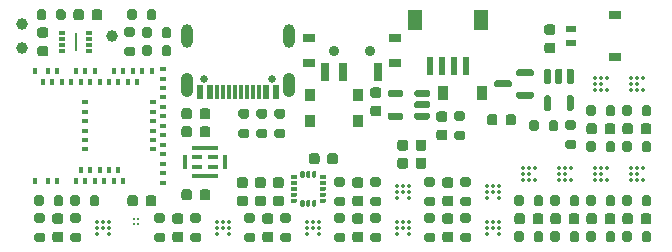
<source format=gts>
%TF.GenerationSoftware,KiCad,Pcbnew,(5.1.10-1-10_14)*%
%TF.CreationDate,2021-09-19T22:53:24-07:00*%
%TF.ProjectId,umbelt-board,756d6265-6c74-42d6-926f-6172642e6b69,1.0*%
%TF.SameCoordinates,Original*%
%TF.FileFunction,Soldermask,Top*%
%TF.FilePolarity,Negative*%
%FSLAX46Y46*%
G04 Gerber Fmt 4.6, Leading zero omitted, Abs format (unit mm)*
G04 Created by KiCad (PCBNEW (5.1.10-1-10_14)) date 2021-09-19 22:53:24*
%MOMM*%
%LPD*%
G01*
G04 APERTURE LIST*
%ADD10C,0.350000*%
%ADD11R,0.900000X1.200000*%
%ADD12R,0.600000X1.150000*%
%ADD13R,0.300000X1.150000*%
%ADD14C,0.650000*%
%ADD15O,1.050000X2.100000*%
%ADD16O,1.000000X2.000000*%
%ADD17R,0.600000X1.550000*%
%ADD18R,1.200000X1.800000*%
%ADD19C,0.990600*%
%ADD20R,1.100000X0.700000*%
%ADD21R,0.850000X0.600000*%
%ADD22R,0.900000X1.000000*%
%ADD23R,1.000000X0.800000*%
%ADD24C,0.900000*%
%ADD25R,0.700000X1.500000*%
%ADD26R,0.400000X0.600000*%
%ADD27R,0.600000X0.400000*%
%ADD28R,2.300000X0.325000*%
%ADD29R,0.325000X1.300000*%
%ADD30R,0.950000X0.450000*%
%ADD31R,0.560000X0.350000*%
%ADD32R,0.200000X1.600000*%
%ADD33C,0.250000*%
G04 APERTURE END LIST*
D10*
%TO.C,U15*%
X175522000Y-121404000D03*
X176022000Y-121404000D03*
X176522000Y-121404000D03*
X175522000Y-120904000D03*
X176022000Y-120904000D03*
X175522000Y-120404000D03*
X176022000Y-120404000D03*
X176522000Y-120404000D03*
%TD*%
%TO.C,C1*%
G36*
G01*
X149991000Y-122753000D02*
X150491000Y-122753000D01*
G75*
G02*
X150716000Y-122978000I0J-225000D01*
G01*
X150716000Y-123428000D01*
G75*
G02*
X150491000Y-123653000I-225000J0D01*
G01*
X149991000Y-123653000D01*
G75*
G02*
X149766000Y-123428000I0J225000D01*
G01*
X149766000Y-122978000D01*
G75*
G02*
X149991000Y-122753000I225000J0D01*
G01*
G37*
G36*
G01*
X149991000Y-121203000D02*
X150491000Y-121203000D01*
G75*
G02*
X150716000Y-121428000I0J-225000D01*
G01*
X150716000Y-121878000D01*
G75*
G02*
X150491000Y-122103000I-225000J0D01*
G01*
X149991000Y-122103000D01*
G75*
G02*
X149766000Y-121878000I0J225000D01*
G01*
X149766000Y-121428000D01*
G75*
G02*
X149991000Y-121203000I225000J0D01*
G01*
G37*
%TD*%
%TO.C,C2*%
G36*
G01*
X152015000Y-122103000D02*
X151515000Y-122103000D01*
G75*
G02*
X151290000Y-121878000I0J225000D01*
G01*
X151290000Y-121428000D01*
G75*
G02*
X151515000Y-121203000I225000J0D01*
G01*
X152015000Y-121203000D01*
G75*
G02*
X152240000Y-121428000I0J-225000D01*
G01*
X152240000Y-121878000D01*
G75*
G02*
X152015000Y-122103000I-225000J0D01*
G01*
G37*
G36*
G01*
X152015000Y-123653000D02*
X151515000Y-123653000D01*
G75*
G02*
X151290000Y-123428000I0J225000D01*
G01*
X151290000Y-122978000D01*
G75*
G02*
X151515000Y-122753000I225000J0D01*
G01*
X152015000Y-122753000D01*
G75*
G02*
X152240000Y-122978000I0J-225000D01*
G01*
X152240000Y-123428000D01*
G75*
G02*
X152015000Y-123653000I-225000J0D01*
G01*
G37*
%TD*%
%TO.C,C3*%
G36*
G01*
X148467000Y-122753000D02*
X148967000Y-122753000D01*
G75*
G02*
X149192000Y-122978000I0J-225000D01*
G01*
X149192000Y-123428000D01*
G75*
G02*
X148967000Y-123653000I-225000J0D01*
G01*
X148467000Y-123653000D01*
G75*
G02*
X148242000Y-123428000I0J225000D01*
G01*
X148242000Y-122978000D01*
G75*
G02*
X148467000Y-122753000I225000J0D01*
G01*
G37*
G36*
G01*
X148467000Y-121203000D02*
X148967000Y-121203000D01*
G75*
G02*
X149192000Y-121428000I0J-225000D01*
G01*
X149192000Y-121878000D01*
G75*
G02*
X148967000Y-122103000I-225000J0D01*
G01*
X148467000Y-122103000D01*
G75*
G02*
X148242000Y-121878000I0J225000D01*
G01*
X148242000Y-121428000D01*
G75*
G02*
X148467000Y-121203000I225000J0D01*
G01*
G37*
%TD*%
%TO.C,C4*%
G36*
G01*
X155900000Y-119884000D02*
X155900000Y-119384000D01*
G75*
G02*
X156125000Y-119159000I225000J0D01*
G01*
X156575000Y-119159000D01*
G75*
G02*
X156800000Y-119384000I0J-225000D01*
G01*
X156800000Y-119884000D01*
G75*
G02*
X156575000Y-120109000I-225000J0D01*
G01*
X156125000Y-120109000D01*
G75*
G02*
X155900000Y-119884000I0J225000D01*
G01*
G37*
G36*
G01*
X154350000Y-119884000D02*
X154350000Y-119384000D01*
G75*
G02*
X154575000Y-119159000I225000J0D01*
G01*
X155025000Y-119159000D01*
G75*
G02*
X155250000Y-119384000I0J-225000D01*
G01*
X155250000Y-119884000D01*
G75*
G02*
X155025000Y-120109000I-225000J0D01*
G01*
X154575000Y-120109000D01*
G75*
G02*
X154350000Y-119884000I0J225000D01*
G01*
G37*
%TD*%
%TO.C,C5*%
G36*
G01*
X145105000Y-117598000D02*
X145105000Y-117098000D01*
G75*
G02*
X145330000Y-116873000I225000J0D01*
G01*
X145780000Y-116873000D01*
G75*
G02*
X146005000Y-117098000I0J-225000D01*
G01*
X146005000Y-117598000D01*
G75*
G02*
X145780000Y-117823000I-225000J0D01*
G01*
X145330000Y-117823000D01*
G75*
G02*
X145105000Y-117598000I0J225000D01*
G01*
G37*
G36*
G01*
X143555000Y-117598000D02*
X143555000Y-117098000D01*
G75*
G02*
X143780000Y-116873000I225000J0D01*
G01*
X144230000Y-116873000D01*
G75*
G02*
X144455000Y-117098000I0J-225000D01*
G01*
X144455000Y-117598000D01*
G75*
G02*
X144230000Y-117823000I-225000J0D01*
G01*
X143780000Y-117823000D01*
G75*
G02*
X143555000Y-117598000I0J225000D01*
G01*
G37*
%TD*%
%TO.C,C6*%
G36*
G01*
X145105000Y-116074000D02*
X145105000Y-115574000D01*
G75*
G02*
X145330000Y-115349000I225000J0D01*
G01*
X145780000Y-115349000D01*
G75*
G02*
X146005000Y-115574000I0J-225000D01*
G01*
X146005000Y-116074000D01*
G75*
G02*
X145780000Y-116299000I-225000J0D01*
G01*
X145330000Y-116299000D01*
G75*
G02*
X145105000Y-116074000I0J225000D01*
G01*
G37*
G36*
G01*
X143555000Y-116074000D02*
X143555000Y-115574000D01*
G75*
G02*
X143780000Y-115349000I225000J0D01*
G01*
X144230000Y-115349000D01*
G75*
G02*
X144455000Y-115574000I0J-225000D01*
G01*
X144455000Y-116074000D01*
G75*
G02*
X144230000Y-116299000I-225000J0D01*
G01*
X143780000Y-116299000D01*
G75*
G02*
X143555000Y-116074000I0J225000D01*
G01*
G37*
%TD*%
%TO.C,C7*%
G36*
G01*
X145105000Y-122932000D02*
X145105000Y-122432000D01*
G75*
G02*
X145330000Y-122207000I225000J0D01*
G01*
X145780000Y-122207000D01*
G75*
G02*
X146005000Y-122432000I0J-225000D01*
G01*
X146005000Y-122932000D01*
G75*
G02*
X145780000Y-123157000I-225000J0D01*
G01*
X145330000Y-123157000D01*
G75*
G02*
X145105000Y-122932000I0J225000D01*
G01*
G37*
G36*
G01*
X143555000Y-122932000D02*
X143555000Y-122432000D01*
G75*
G02*
X143780000Y-122207000I225000J0D01*
G01*
X144230000Y-122207000D01*
G75*
G02*
X144455000Y-122432000I0J-225000D01*
G01*
X144455000Y-122932000D01*
G75*
G02*
X144230000Y-123157000I-225000J0D01*
G01*
X143780000Y-123157000D01*
G75*
G02*
X143555000Y-122932000I0J225000D01*
G01*
G37*
%TD*%
%TO.C,C8*%
G36*
G01*
X135311000Y-107192000D02*
X135311000Y-107692000D01*
G75*
G02*
X135086000Y-107917000I-225000J0D01*
G01*
X134636000Y-107917000D01*
G75*
G02*
X134411000Y-107692000I0J225000D01*
G01*
X134411000Y-107192000D01*
G75*
G02*
X134636000Y-106967000I225000J0D01*
G01*
X135086000Y-106967000D01*
G75*
G02*
X135311000Y-107192000I0J-225000D01*
G01*
G37*
G36*
G01*
X136861000Y-107192000D02*
X136861000Y-107692000D01*
G75*
G02*
X136636000Y-107917000I-225000J0D01*
G01*
X136186000Y-107917000D01*
G75*
G02*
X135961000Y-107692000I0J225000D01*
G01*
X135961000Y-107192000D01*
G75*
G02*
X136186000Y-106967000I225000J0D01*
G01*
X136636000Y-106967000D01*
G75*
G02*
X136861000Y-107192000I0J-225000D01*
G01*
G37*
%TD*%
%TO.C,C9*%
G36*
G01*
X140533000Y-123440000D02*
X140533000Y-122940000D01*
G75*
G02*
X140758000Y-122715000I225000J0D01*
G01*
X141208000Y-122715000D01*
G75*
G02*
X141433000Y-122940000I0J-225000D01*
G01*
X141433000Y-123440000D01*
G75*
G02*
X141208000Y-123665000I-225000J0D01*
G01*
X140758000Y-123665000D01*
G75*
G02*
X140533000Y-123440000I0J225000D01*
G01*
G37*
G36*
G01*
X138983000Y-123440000D02*
X138983000Y-122940000D01*
G75*
G02*
X139208000Y-122715000I225000J0D01*
G01*
X139658000Y-122715000D01*
G75*
G02*
X139883000Y-122940000I0J-225000D01*
G01*
X139883000Y-123440000D01*
G75*
G02*
X139658000Y-123665000I-225000J0D01*
G01*
X139208000Y-123665000D01*
G75*
G02*
X138983000Y-123440000I0J225000D01*
G01*
G37*
%TD*%
%TO.C,C10*%
G36*
G01*
X174502000Y-109799000D02*
X175002000Y-109799000D01*
G75*
G02*
X175227000Y-110024000I0J-225000D01*
G01*
X175227000Y-110474000D01*
G75*
G02*
X175002000Y-110699000I-225000J0D01*
G01*
X174502000Y-110699000D01*
G75*
G02*
X174277000Y-110474000I0J225000D01*
G01*
X174277000Y-110024000D01*
G75*
G02*
X174502000Y-109799000I225000J0D01*
G01*
G37*
G36*
G01*
X174502000Y-108249000D02*
X175002000Y-108249000D01*
G75*
G02*
X175227000Y-108474000I0J-225000D01*
G01*
X175227000Y-108924000D01*
G75*
G02*
X175002000Y-109149000I-225000J0D01*
G01*
X174502000Y-109149000D01*
G75*
G02*
X174277000Y-108924000I0J225000D01*
G01*
X174277000Y-108474000D01*
G75*
G02*
X174502000Y-108249000I225000J0D01*
G01*
G37*
%TD*%
%TO.C,C11*%
G36*
G01*
X160270000Y-114483000D02*
X159770000Y-114483000D01*
G75*
G02*
X159545000Y-114258000I0J225000D01*
G01*
X159545000Y-113808000D01*
G75*
G02*
X159770000Y-113583000I225000J0D01*
G01*
X160270000Y-113583000D01*
G75*
G02*
X160495000Y-113808000I0J-225000D01*
G01*
X160495000Y-114258000D01*
G75*
G02*
X160270000Y-114483000I-225000J0D01*
G01*
G37*
G36*
G01*
X160270000Y-116033000D02*
X159770000Y-116033000D01*
G75*
G02*
X159545000Y-115808000I0J225000D01*
G01*
X159545000Y-115358000D01*
G75*
G02*
X159770000Y-115133000I225000J0D01*
G01*
X160270000Y-115133000D01*
G75*
G02*
X160495000Y-115358000I0J-225000D01*
G01*
X160495000Y-115808000D01*
G75*
G02*
X160270000Y-116033000I-225000J0D01*
G01*
G37*
%TD*%
%TO.C,C12*%
G36*
G01*
X165358000Y-117165000D02*
X165858000Y-117165000D01*
G75*
G02*
X166083000Y-117390000I0J-225000D01*
G01*
X166083000Y-117840000D01*
G75*
G02*
X165858000Y-118065000I-225000J0D01*
G01*
X165358000Y-118065000D01*
G75*
G02*
X165133000Y-117840000I0J225000D01*
G01*
X165133000Y-117390000D01*
G75*
G02*
X165358000Y-117165000I225000J0D01*
G01*
G37*
G36*
G01*
X165358000Y-115615000D02*
X165858000Y-115615000D01*
G75*
G02*
X166083000Y-115840000I0J-225000D01*
G01*
X166083000Y-116290000D01*
G75*
G02*
X165858000Y-116515000I-225000J0D01*
G01*
X165358000Y-116515000D01*
G75*
G02*
X165133000Y-116290000I0J225000D01*
G01*
X165133000Y-115840000D01*
G75*
G02*
X165358000Y-115615000I225000J0D01*
G01*
G37*
%TD*%
%TO.C,C13*%
G36*
G01*
X162743000Y-118241000D02*
X162743000Y-118741000D01*
G75*
G02*
X162518000Y-118966000I-225000J0D01*
G01*
X162068000Y-118966000D01*
G75*
G02*
X161843000Y-118741000I0J225000D01*
G01*
X161843000Y-118241000D01*
G75*
G02*
X162068000Y-118016000I225000J0D01*
G01*
X162518000Y-118016000D01*
G75*
G02*
X162743000Y-118241000I0J-225000D01*
G01*
G37*
G36*
G01*
X164293000Y-118241000D02*
X164293000Y-118741000D01*
G75*
G02*
X164068000Y-118966000I-225000J0D01*
G01*
X163618000Y-118966000D01*
G75*
G02*
X163393000Y-118741000I0J225000D01*
G01*
X163393000Y-118241000D01*
G75*
G02*
X163618000Y-118016000I225000J0D01*
G01*
X164068000Y-118016000D01*
G75*
G02*
X164293000Y-118241000I0J-225000D01*
G01*
G37*
%TD*%
%TO.C,C14*%
G36*
G01*
X162743000Y-119765000D02*
X162743000Y-120265000D01*
G75*
G02*
X162518000Y-120490000I-225000J0D01*
G01*
X162068000Y-120490000D01*
G75*
G02*
X161843000Y-120265000I0J225000D01*
G01*
X161843000Y-119765000D01*
G75*
G02*
X162068000Y-119540000I225000J0D01*
G01*
X162518000Y-119540000D01*
G75*
G02*
X162743000Y-119765000I0J-225000D01*
G01*
G37*
G36*
G01*
X164293000Y-119765000D02*
X164293000Y-120265000D01*
G75*
G02*
X164068000Y-120490000I-225000J0D01*
G01*
X163618000Y-120490000D01*
G75*
G02*
X163393000Y-120265000I0J225000D01*
G01*
X163393000Y-119765000D01*
G75*
G02*
X163618000Y-119540000I225000J0D01*
G01*
X164068000Y-119540000D01*
G75*
G02*
X164293000Y-119765000I0J-225000D01*
G01*
G37*
%TD*%
%TO.C,C15*%
G36*
G01*
X143506000Y-125151000D02*
X143006000Y-125151000D01*
G75*
G02*
X142781000Y-124926000I0J225000D01*
G01*
X142781000Y-124476000D01*
G75*
G02*
X143006000Y-124251000I225000J0D01*
G01*
X143506000Y-124251000D01*
G75*
G02*
X143731000Y-124476000I0J-225000D01*
G01*
X143731000Y-124926000D01*
G75*
G02*
X143506000Y-125151000I-225000J0D01*
G01*
G37*
G36*
G01*
X143506000Y-126701000D02*
X143006000Y-126701000D01*
G75*
G02*
X142781000Y-126476000I0J225000D01*
G01*
X142781000Y-126026000D01*
G75*
G02*
X143006000Y-125801000I225000J0D01*
G01*
X143506000Y-125801000D01*
G75*
G02*
X143731000Y-126026000I0J-225000D01*
G01*
X143731000Y-126476000D01*
G75*
G02*
X143506000Y-126701000I-225000J0D01*
G01*
G37*
%TD*%
%TO.C,C16*%
G36*
G01*
X151126000Y-125151000D02*
X150626000Y-125151000D01*
G75*
G02*
X150401000Y-124926000I0J225000D01*
G01*
X150401000Y-124476000D01*
G75*
G02*
X150626000Y-124251000I225000J0D01*
G01*
X151126000Y-124251000D01*
G75*
G02*
X151351000Y-124476000I0J-225000D01*
G01*
X151351000Y-124926000D01*
G75*
G02*
X151126000Y-125151000I-225000J0D01*
G01*
G37*
G36*
G01*
X151126000Y-126701000D02*
X150626000Y-126701000D01*
G75*
G02*
X150401000Y-126476000I0J225000D01*
G01*
X150401000Y-126026000D01*
G75*
G02*
X150626000Y-125801000I225000J0D01*
G01*
X151126000Y-125801000D01*
G75*
G02*
X151351000Y-126026000I0J-225000D01*
G01*
X151351000Y-126476000D01*
G75*
G02*
X151126000Y-126701000I-225000J0D01*
G01*
G37*
%TD*%
%TO.C,C17*%
G36*
G01*
X158746000Y-125151000D02*
X158246000Y-125151000D01*
G75*
G02*
X158021000Y-124926000I0J225000D01*
G01*
X158021000Y-124476000D01*
G75*
G02*
X158246000Y-124251000I225000J0D01*
G01*
X158746000Y-124251000D01*
G75*
G02*
X158971000Y-124476000I0J-225000D01*
G01*
X158971000Y-124926000D01*
G75*
G02*
X158746000Y-125151000I-225000J0D01*
G01*
G37*
G36*
G01*
X158746000Y-126701000D02*
X158246000Y-126701000D01*
G75*
G02*
X158021000Y-126476000I0J225000D01*
G01*
X158021000Y-126026000D01*
G75*
G02*
X158246000Y-125801000I225000J0D01*
G01*
X158746000Y-125801000D01*
G75*
G02*
X158971000Y-126026000I0J-225000D01*
G01*
X158971000Y-126476000D01*
G75*
G02*
X158746000Y-126701000I-225000J0D01*
G01*
G37*
%TD*%
%TO.C,C18*%
G36*
G01*
X158746000Y-122103000D02*
X158246000Y-122103000D01*
G75*
G02*
X158021000Y-121878000I0J225000D01*
G01*
X158021000Y-121428000D01*
G75*
G02*
X158246000Y-121203000I225000J0D01*
G01*
X158746000Y-121203000D01*
G75*
G02*
X158971000Y-121428000I0J-225000D01*
G01*
X158971000Y-121878000D01*
G75*
G02*
X158746000Y-122103000I-225000J0D01*
G01*
G37*
G36*
G01*
X158746000Y-123653000D02*
X158246000Y-123653000D01*
G75*
G02*
X158021000Y-123428000I0J225000D01*
G01*
X158021000Y-122978000D01*
G75*
G02*
X158246000Y-122753000I225000J0D01*
G01*
X158746000Y-122753000D01*
G75*
G02*
X158971000Y-122978000I0J-225000D01*
G01*
X158971000Y-123428000D01*
G75*
G02*
X158746000Y-123653000I-225000J0D01*
G01*
G37*
%TD*%
%TO.C,C19*%
G36*
G01*
X166366000Y-125151000D02*
X165866000Y-125151000D01*
G75*
G02*
X165641000Y-124926000I0J225000D01*
G01*
X165641000Y-124476000D01*
G75*
G02*
X165866000Y-124251000I225000J0D01*
G01*
X166366000Y-124251000D01*
G75*
G02*
X166591000Y-124476000I0J-225000D01*
G01*
X166591000Y-124926000D01*
G75*
G02*
X166366000Y-125151000I-225000J0D01*
G01*
G37*
G36*
G01*
X166366000Y-126701000D02*
X165866000Y-126701000D01*
G75*
G02*
X165641000Y-126476000I0J225000D01*
G01*
X165641000Y-126026000D01*
G75*
G02*
X165866000Y-125801000I225000J0D01*
G01*
X166366000Y-125801000D01*
G75*
G02*
X166591000Y-126026000I0J-225000D01*
G01*
X166591000Y-126476000D01*
G75*
G02*
X166366000Y-126701000I-225000J0D01*
G01*
G37*
%TD*%
%TO.C,C20*%
G36*
G01*
X166366000Y-122103000D02*
X165866000Y-122103000D01*
G75*
G02*
X165641000Y-121878000I0J225000D01*
G01*
X165641000Y-121428000D01*
G75*
G02*
X165866000Y-121203000I225000J0D01*
G01*
X166366000Y-121203000D01*
G75*
G02*
X166591000Y-121428000I0J-225000D01*
G01*
X166591000Y-121878000D01*
G75*
G02*
X166366000Y-122103000I-225000J0D01*
G01*
G37*
G36*
G01*
X166366000Y-123653000D02*
X165866000Y-123653000D01*
G75*
G02*
X165641000Y-123428000I0J225000D01*
G01*
X165641000Y-122978000D01*
G75*
G02*
X165866000Y-122753000I225000J0D01*
G01*
X166366000Y-122753000D01*
G75*
G02*
X166591000Y-122978000I0J-225000D01*
G01*
X166591000Y-123428000D01*
G75*
G02*
X166366000Y-123653000I-225000J0D01*
G01*
G37*
%TD*%
%TO.C,C21*%
G36*
G01*
X172649000Y-124464000D02*
X172649000Y-124964000D01*
G75*
G02*
X172424000Y-125189000I-225000J0D01*
G01*
X171974000Y-125189000D01*
G75*
G02*
X171749000Y-124964000I0J225000D01*
G01*
X171749000Y-124464000D01*
G75*
G02*
X171974000Y-124239000I225000J0D01*
G01*
X172424000Y-124239000D01*
G75*
G02*
X172649000Y-124464000I0J-225000D01*
G01*
G37*
G36*
G01*
X174199000Y-124464000D02*
X174199000Y-124964000D01*
G75*
G02*
X173974000Y-125189000I-225000J0D01*
G01*
X173524000Y-125189000D01*
G75*
G02*
X173299000Y-124964000I0J225000D01*
G01*
X173299000Y-124464000D01*
G75*
G02*
X173524000Y-124239000I225000J0D01*
G01*
X173974000Y-124239000D01*
G75*
G02*
X174199000Y-124464000I0J-225000D01*
G01*
G37*
%TD*%
%TO.C,C22*%
G36*
G01*
X175697000Y-124464000D02*
X175697000Y-124964000D01*
G75*
G02*
X175472000Y-125189000I-225000J0D01*
G01*
X175022000Y-125189000D01*
G75*
G02*
X174797000Y-124964000I0J225000D01*
G01*
X174797000Y-124464000D01*
G75*
G02*
X175022000Y-124239000I225000J0D01*
G01*
X175472000Y-124239000D01*
G75*
G02*
X175697000Y-124464000I0J-225000D01*
G01*
G37*
G36*
G01*
X177247000Y-124464000D02*
X177247000Y-124964000D01*
G75*
G02*
X177022000Y-125189000I-225000J0D01*
G01*
X176572000Y-125189000D01*
G75*
G02*
X176347000Y-124964000I0J225000D01*
G01*
X176347000Y-124464000D01*
G75*
G02*
X176572000Y-124239000I225000J0D01*
G01*
X177022000Y-124239000D01*
G75*
G02*
X177247000Y-124464000I0J-225000D01*
G01*
G37*
%TD*%
%TO.C,C23*%
G36*
G01*
X178745000Y-124464000D02*
X178745000Y-124964000D01*
G75*
G02*
X178520000Y-125189000I-225000J0D01*
G01*
X178070000Y-125189000D01*
G75*
G02*
X177845000Y-124964000I0J225000D01*
G01*
X177845000Y-124464000D01*
G75*
G02*
X178070000Y-124239000I225000J0D01*
G01*
X178520000Y-124239000D01*
G75*
G02*
X178745000Y-124464000I0J-225000D01*
G01*
G37*
G36*
G01*
X180295000Y-124464000D02*
X180295000Y-124964000D01*
G75*
G02*
X180070000Y-125189000I-225000J0D01*
G01*
X179620000Y-125189000D01*
G75*
G02*
X179395000Y-124964000I0J225000D01*
G01*
X179395000Y-124464000D01*
G75*
G02*
X179620000Y-124239000I225000J0D01*
G01*
X180070000Y-124239000D01*
G75*
G02*
X180295000Y-124464000I0J-225000D01*
G01*
G37*
%TD*%
%TO.C,C24*%
G36*
G01*
X181793000Y-124464000D02*
X181793000Y-124964000D01*
G75*
G02*
X181568000Y-125189000I-225000J0D01*
G01*
X181118000Y-125189000D01*
G75*
G02*
X180893000Y-124964000I0J225000D01*
G01*
X180893000Y-124464000D01*
G75*
G02*
X181118000Y-124239000I225000J0D01*
G01*
X181568000Y-124239000D01*
G75*
G02*
X181793000Y-124464000I0J-225000D01*
G01*
G37*
G36*
G01*
X183343000Y-124464000D02*
X183343000Y-124964000D01*
G75*
G02*
X183118000Y-125189000I-225000J0D01*
G01*
X182668000Y-125189000D01*
G75*
G02*
X182443000Y-124964000I0J225000D01*
G01*
X182443000Y-124464000D01*
G75*
G02*
X182668000Y-124239000I225000J0D01*
G01*
X183118000Y-124239000D01*
G75*
G02*
X183343000Y-124464000I0J-225000D01*
G01*
G37*
%TD*%
%TO.C,C25*%
G36*
G01*
X178745000Y-116844000D02*
X178745000Y-117344000D01*
G75*
G02*
X178520000Y-117569000I-225000J0D01*
G01*
X178070000Y-117569000D01*
G75*
G02*
X177845000Y-117344000I0J225000D01*
G01*
X177845000Y-116844000D01*
G75*
G02*
X178070000Y-116619000I225000J0D01*
G01*
X178520000Y-116619000D01*
G75*
G02*
X178745000Y-116844000I0J-225000D01*
G01*
G37*
G36*
G01*
X180295000Y-116844000D02*
X180295000Y-117344000D01*
G75*
G02*
X180070000Y-117569000I-225000J0D01*
G01*
X179620000Y-117569000D01*
G75*
G02*
X179395000Y-117344000I0J225000D01*
G01*
X179395000Y-116844000D01*
G75*
G02*
X179620000Y-116619000I225000J0D01*
G01*
X180070000Y-116619000D01*
G75*
G02*
X180295000Y-116844000I0J-225000D01*
G01*
G37*
%TD*%
%TO.C,C26*%
G36*
G01*
X181793000Y-116844000D02*
X181793000Y-117344000D01*
G75*
G02*
X181568000Y-117569000I-225000J0D01*
G01*
X181118000Y-117569000D01*
G75*
G02*
X180893000Y-117344000I0J225000D01*
G01*
X180893000Y-116844000D01*
G75*
G02*
X181118000Y-116619000I225000J0D01*
G01*
X181568000Y-116619000D01*
G75*
G02*
X181793000Y-116844000I0J-225000D01*
G01*
G37*
G36*
G01*
X183343000Y-116844000D02*
X183343000Y-117344000D01*
G75*
G02*
X183118000Y-117569000I-225000J0D01*
G01*
X182668000Y-117569000D01*
G75*
G02*
X182443000Y-117344000I0J225000D01*
G01*
X182443000Y-116844000D01*
G75*
G02*
X182668000Y-116619000I225000J0D01*
G01*
X183118000Y-116619000D01*
G75*
G02*
X183343000Y-116844000I0J-225000D01*
G01*
G37*
%TD*%
%TO.C,C27*%
G36*
G01*
X133346000Y-125151000D02*
X132846000Y-125151000D01*
G75*
G02*
X132621000Y-124926000I0J225000D01*
G01*
X132621000Y-124476000D01*
G75*
G02*
X132846000Y-124251000I225000J0D01*
G01*
X133346000Y-124251000D01*
G75*
G02*
X133571000Y-124476000I0J-225000D01*
G01*
X133571000Y-124926000D01*
G75*
G02*
X133346000Y-125151000I-225000J0D01*
G01*
G37*
G36*
G01*
X133346000Y-126701000D02*
X132846000Y-126701000D01*
G75*
G02*
X132621000Y-126476000I0J225000D01*
G01*
X132621000Y-126026000D01*
G75*
G02*
X132846000Y-125801000I225000J0D01*
G01*
X133346000Y-125801000D01*
G75*
G02*
X133571000Y-126026000I0J-225000D01*
G01*
X133571000Y-126476000D01*
G75*
G02*
X133346000Y-126701000I-225000J0D01*
G01*
G37*
%TD*%
%TO.C,D1*%
G36*
G01*
X131569750Y-110078000D02*
X132082250Y-110078000D01*
G75*
G02*
X132301000Y-110296750I0J-218750D01*
G01*
X132301000Y-110734250D01*
G75*
G02*
X132082250Y-110953000I-218750J0D01*
G01*
X131569750Y-110953000D01*
G75*
G02*
X131351000Y-110734250I0J218750D01*
G01*
X131351000Y-110296750D01*
G75*
G02*
X131569750Y-110078000I218750J0D01*
G01*
G37*
G36*
G01*
X131569750Y-108503000D02*
X132082250Y-108503000D01*
G75*
G02*
X132301000Y-108721750I0J-218750D01*
G01*
X132301000Y-109159250D01*
G75*
G02*
X132082250Y-109378000I-218750J0D01*
G01*
X131569750Y-109378000D01*
G75*
G02*
X131351000Y-109159250I0J218750D01*
G01*
X131351000Y-108721750D01*
G75*
G02*
X131569750Y-108503000I218750J0D01*
G01*
G37*
%TD*%
D11*
%TO.C,D2*%
X165736000Y-114046000D03*
X169036000Y-114046000D03*
%TD*%
%TO.C,D3*%
G36*
G01*
X170312500Y-116075750D02*
X170312500Y-116588250D01*
G75*
G02*
X170093750Y-116807000I-218750J0D01*
G01*
X169656250Y-116807000D01*
G75*
G02*
X169437500Y-116588250I0J218750D01*
G01*
X169437500Y-116075750D01*
G75*
G02*
X169656250Y-115857000I218750J0D01*
G01*
X170093750Y-115857000D01*
G75*
G02*
X170312500Y-116075750I0J-218750D01*
G01*
G37*
G36*
G01*
X171887500Y-116075750D02*
X171887500Y-116588250D01*
G75*
G02*
X171668750Y-116807000I-218750J0D01*
G01*
X171231250Y-116807000D01*
G75*
G02*
X171012500Y-116588250I0J218750D01*
G01*
X171012500Y-116075750D01*
G75*
G02*
X171231250Y-115857000I218750J0D01*
G01*
X171668750Y-115857000D01*
G75*
G02*
X171887500Y-116075750I0J-218750D01*
G01*
G37*
%TD*%
D12*
%TO.C,J1*%
X145136000Y-113975000D03*
X145936000Y-113975000D03*
X150736000Y-113975000D03*
X151536000Y-113975000D03*
D13*
X150086000Y-113975000D03*
X149586000Y-113975000D03*
X149086000Y-113975000D03*
X146586000Y-113975000D03*
X147086000Y-113975000D03*
X147586000Y-113975000D03*
X148586000Y-113975000D03*
X148086000Y-113975000D03*
D12*
X145936000Y-113975000D03*
X150736000Y-113975000D03*
X145136000Y-113975000D03*
X151536000Y-113975000D03*
D14*
X151226000Y-112900000D03*
X145446000Y-112900000D03*
D15*
X144016000Y-113400000D03*
X152656000Y-113400000D03*
D16*
X144016000Y-109220000D03*
X152656000Y-109220000D03*
%TD*%
D17*
%TO.C,J3*%
X164616000Y-111760000D03*
X165616000Y-111760000D03*
X166616000Y-111760000D03*
X167616000Y-111760000D03*
D18*
X168916000Y-107885000D03*
X163316000Y-107885000D03*
%TD*%
D19*
%TO.C,J4*%
X137668000Y-109220000D03*
X130048000Y-110236000D03*
X130048000Y-108204000D03*
%TD*%
D20*
%TO.C,J5*%
X180233000Y-107470000D03*
X180233000Y-110970000D03*
D21*
X176508000Y-108620000D03*
X176508000Y-109820000D03*
%TD*%
%TO.C,Q1*%
G36*
G01*
X171504000Y-113134000D02*
X171504000Y-113434000D01*
G75*
G02*
X171354000Y-113584000I-150000J0D01*
G01*
X170179000Y-113584000D01*
G75*
G02*
X170029000Y-113434000I0J150000D01*
G01*
X170029000Y-113134000D01*
G75*
G02*
X170179000Y-112984000I150000J0D01*
G01*
X171354000Y-112984000D01*
G75*
G02*
X171504000Y-113134000I0J-150000D01*
G01*
G37*
G36*
G01*
X173379000Y-112184000D02*
X173379000Y-112484000D01*
G75*
G02*
X173229000Y-112634000I-150000J0D01*
G01*
X172054000Y-112634000D01*
G75*
G02*
X171904000Y-112484000I0J150000D01*
G01*
X171904000Y-112184000D01*
G75*
G02*
X172054000Y-112034000I150000J0D01*
G01*
X173229000Y-112034000D01*
G75*
G02*
X173379000Y-112184000I0J-150000D01*
G01*
G37*
G36*
G01*
X173379000Y-114084000D02*
X173379000Y-114384000D01*
G75*
G02*
X173229000Y-114534000I-150000J0D01*
G01*
X172054000Y-114534000D01*
G75*
G02*
X171904000Y-114384000I0J150000D01*
G01*
X171904000Y-114084000D01*
G75*
G02*
X172054000Y-113934000I150000J0D01*
G01*
X173229000Y-113934000D01*
G75*
G02*
X173379000Y-114084000I0J-150000D01*
G01*
G37*
%TD*%
%TO.C,R1*%
G36*
G01*
X150093000Y-117074000D02*
X150643000Y-117074000D01*
G75*
G02*
X150843000Y-117274000I0J-200000D01*
G01*
X150843000Y-117674000D01*
G75*
G02*
X150643000Y-117874000I-200000J0D01*
G01*
X150093000Y-117874000D01*
G75*
G02*
X149893000Y-117674000I0J200000D01*
G01*
X149893000Y-117274000D01*
G75*
G02*
X150093000Y-117074000I200000J0D01*
G01*
G37*
G36*
G01*
X150093000Y-115424000D02*
X150643000Y-115424000D01*
G75*
G02*
X150843000Y-115624000I0J-200000D01*
G01*
X150843000Y-116024000D01*
G75*
G02*
X150643000Y-116224000I-200000J0D01*
G01*
X150093000Y-116224000D01*
G75*
G02*
X149893000Y-116024000I0J200000D01*
G01*
X149893000Y-115624000D01*
G75*
G02*
X150093000Y-115424000I200000J0D01*
G01*
G37*
%TD*%
%TO.C,R2*%
G36*
G01*
X148569000Y-117074000D02*
X149119000Y-117074000D01*
G75*
G02*
X149319000Y-117274000I0J-200000D01*
G01*
X149319000Y-117674000D01*
G75*
G02*
X149119000Y-117874000I-200000J0D01*
G01*
X148569000Y-117874000D01*
G75*
G02*
X148369000Y-117674000I0J200000D01*
G01*
X148369000Y-117274000D01*
G75*
G02*
X148569000Y-117074000I200000J0D01*
G01*
G37*
G36*
G01*
X148569000Y-115424000D02*
X149119000Y-115424000D01*
G75*
G02*
X149319000Y-115624000I0J-200000D01*
G01*
X149319000Y-116024000D01*
G75*
G02*
X149119000Y-116224000I-200000J0D01*
G01*
X148569000Y-116224000D01*
G75*
G02*
X148369000Y-116024000I0J200000D01*
G01*
X148369000Y-115624000D01*
G75*
G02*
X148569000Y-115424000I200000J0D01*
G01*
G37*
%TD*%
%TO.C,R3*%
G36*
G01*
X141053000Y-108691000D02*
X141053000Y-109241000D01*
G75*
G02*
X140853000Y-109441000I-200000J0D01*
G01*
X140453000Y-109441000D01*
G75*
G02*
X140253000Y-109241000I0J200000D01*
G01*
X140253000Y-108691000D01*
G75*
G02*
X140453000Y-108491000I200000J0D01*
G01*
X140853000Y-108491000D01*
G75*
G02*
X141053000Y-108691000I0J-200000D01*
G01*
G37*
G36*
G01*
X142703000Y-108691000D02*
X142703000Y-109241000D01*
G75*
G02*
X142503000Y-109441000I-200000J0D01*
G01*
X142103000Y-109441000D01*
G75*
G02*
X141903000Y-109241000I0J200000D01*
G01*
X141903000Y-108691000D01*
G75*
G02*
X142103000Y-108491000I200000J0D01*
G01*
X142503000Y-108491000D01*
G75*
G02*
X142703000Y-108691000I0J-200000D01*
G01*
G37*
%TD*%
%TO.C,R4*%
G36*
G01*
X141053000Y-110215000D02*
X141053000Y-110765000D01*
G75*
G02*
X140853000Y-110965000I-200000J0D01*
G01*
X140453000Y-110965000D01*
G75*
G02*
X140253000Y-110765000I0J200000D01*
G01*
X140253000Y-110215000D01*
G75*
G02*
X140453000Y-110015000I200000J0D01*
G01*
X140853000Y-110015000D01*
G75*
G02*
X141053000Y-110215000I0J-200000D01*
G01*
G37*
G36*
G01*
X142703000Y-110215000D02*
X142703000Y-110765000D01*
G75*
G02*
X142503000Y-110965000I-200000J0D01*
G01*
X142103000Y-110965000D01*
G75*
G02*
X141903000Y-110765000I0J200000D01*
G01*
X141903000Y-110215000D01*
G75*
G02*
X142103000Y-110015000I200000J0D01*
G01*
X142503000Y-110015000D01*
G75*
G02*
X142703000Y-110215000I0J-200000D01*
G01*
G37*
%TD*%
%TO.C,R5*%
G36*
G01*
X132950000Y-107717000D02*
X132950000Y-107167000D01*
G75*
G02*
X133150000Y-106967000I200000J0D01*
G01*
X133550000Y-106967000D01*
G75*
G02*
X133750000Y-107167000I0J-200000D01*
G01*
X133750000Y-107717000D01*
G75*
G02*
X133550000Y-107917000I-200000J0D01*
G01*
X133150000Y-107917000D01*
G75*
G02*
X132950000Y-107717000I0J200000D01*
G01*
G37*
G36*
G01*
X131300000Y-107717000D02*
X131300000Y-107167000D01*
G75*
G02*
X131500000Y-106967000I200000J0D01*
G01*
X131900000Y-106967000D01*
G75*
G02*
X132100000Y-107167000I0J-200000D01*
G01*
X132100000Y-107717000D01*
G75*
G02*
X131900000Y-107917000I-200000J0D01*
G01*
X131500000Y-107917000D01*
G75*
G02*
X131300000Y-107717000I0J200000D01*
G01*
G37*
%TD*%
%TO.C,R6*%
G36*
G01*
X134957000Y-122915000D02*
X134957000Y-123465000D01*
G75*
G02*
X134757000Y-123665000I-200000J0D01*
G01*
X134357000Y-123665000D01*
G75*
G02*
X134157000Y-123465000I0J200000D01*
G01*
X134157000Y-122915000D01*
G75*
G02*
X134357000Y-122715000I200000J0D01*
G01*
X134757000Y-122715000D01*
G75*
G02*
X134957000Y-122915000I0J-200000D01*
G01*
G37*
G36*
G01*
X136607000Y-122915000D02*
X136607000Y-123465000D01*
G75*
G02*
X136407000Y-123665000I-200000J0D01*
G01*
X136007000Y-123665000D01*
G75*
G02*
X135807000Y-123465000I0J200000D01*
G01*
X135807000Y-122915000D01*
G75*
G02*
X136007000Y-122715000I200000J0D01*
G01*
X136407000Y-122715000D01*
G75*
G02*
X136607000Y-122915000I0J-200000D01*
G01*
G37*
%TD*%
%TO.C,R7*%
G36*
G01*
X131909000Y-122915000D02*
X131909000Y-123465000D01*
G75*
G02*
X131709000Y-123665000I-200000J0D01*
G01*
X131309000Y-123665000D01*
G75*
G02*
X131109000Y-123465000I0J200000D01*
G01*
X131109000Y-122915000D01*
G75*
G02*
X131309000Y-122715000I200000J0D01*
G01*
X131709000Y-122715000D01*
G75*
G02*
X131909000Y-122915000I0J-200000D01*
G01*
G37*
G36*
G01*
X133559000Y-122915000D02*
X133559000Y-123465000D01*
G75*
G02*
X133359000Y-123665000I-200000J0D01*
G01*
X132959000Y-123665000D01*
G75*
G02*
X132759000Y-123465000I0J200000D01*
G01*
X132759000Y-122915000D01*
G75*
G02*
X132959000Y-122715000I200000J0D01*
G01*
X133359000Y-122715000D01*
G75*
G02*
X133559000Y-122915000I0J-200000D01*
G01*
G37*
%TD*%
%TO.C,R8*%
G36*
G01*
X138917000Y-110153000D02*
X139467000Y-110153000D01*
G75*
G02*
X139667000Y-110353000I0J-200000D01*
G01*
X139667000Y-110753000D01*
G75*
G02*
X139467000Y-110953000I-200000J0D01*
G01*
X138917000Y-110953000D01*
G75*
G02*
X138717000Y-110753000I0J200000D01*
G01*
X138717000Y-110353000D01*
G75*
G02*
X138917000Y-110153000I200000J0D01*
G01*
G37*
G36*
G01*
X138917000Y-108503000D02*
X139467000Y-108503000D01*
G75*
G02*
X139667000Y-108703000I0J-200000D01*
G01*
X139667000Y-109103000D01*
G75*
G02*
X139467000Y-109303000I-200000J0D01*
G01*
X138917000Y-109303000D01*
G75*
G02*
X138717000Y-109103000I0J200000D01*
G01*
X138717000Y-108703000D01*
G75*
G02*
X138917000Y-108503000I200000J0D01*
G01*
G37*
%TD*%
%TO.C,R9*%
G36*
G01*
X140633000Y-107717000D02*
X140633000Y-107167000D01*
G75*
G02*
X140833000Y-106967000I200000J0D01*
G01*
X141233000Y-106967000D01*
G75*
G02*
X141433000Y-107167000I0J-200000D01*
G01*
X141433000Y-107717000D01*
G75*
G02*
X141233000Y-107917000I-200000J0D01*
G01*
X140833000Y-107917000D01*
G75*
G02*
X140633000Y-107717000I0J200000D01*
G01*
G37*
G36*
G01*
X138983000Y-107717000D02*
X138983000Y-107167000D01*
G75*
G02*
X139183000Y-106967000I200000J0D01*
G01*
X139583000Y-106967000D01*
G75*
G02*
X139783000Y-107167000I0J-200000D01*
G01*
X139783000Y-107717000D01*
G75*
G02*
X139583000Y-107917000I-200000J0D01*
G01*
X139183000Y-107917000D01*
G75*
G02*
X138983000Y-107717000I0J200000D01*
G01*
G37*
%TD*%
%TO.C,R10*%
G36*
G01*
X167407000Y-116415000D02*
X166857000Y-116415000D01*
G75*
G02*
X166657000Y-116215000I0J200000D01*
G01*
X166657000Y-115815000D01*
G75*
G02*
X166857000Y-115615000I200000J0D01*
G01*
X167407000Y-115615000D01*
G75*
G02*
X167607000Y-115815000I0J-200000D01*
G01*
X167607000Y-116215000D01*
G75*
G02*
X167407000Y-116415000I-200000J0D01*
G01*
G37*
G36*
G01*
X167407000Y-118065000D02*
X166857000Y-118065000D01*
G75*
G02*
X166657000Y-117865000I0J200000D01*
G01*
X166657000Y-117465000D01*
G75*
G02*
X166857000Y-117265000I200000J0D01*
G01*
X167407000Y-117265000D01*
G75*
G02*
X167607000Y-117465000I0J-200000D01*
G01*
X167607000Y-117865000D01*
G75*
G02*
X167407000Y-118065000I-200000J0D01*
G01*
G37*
%TD*%
%TO.C,R11*%
G36*
G01*
X174669000Y-117115000D02*
X174669000Y-116565000D01*
G75*
G02*
X174869000Y-116365000I200000J0D01*
G01*
X175269000Y-116365000D01*
G75*
G02*
X175469000Y-116565000I0J-200000D01*
G01*
X175469000Y-117115000D01*
G75*
G02*
X175269000Y-117315000I-200000J0D01*
G01*
X174869000Y-117315000D01*
G75*
G02*
X174669000Y-117115000I0J200000D01*
G01*
G37*
G36*
G01*
X173019000Y-117115000D02*
X173019000Y-116565000D01*
G75*
G02*
X173219000Y-116365000I200000J0D01*
G01*
X173619000Y-116365000D01*
G75*
G02*
X173819000Y-116565000I0J-200000D01*
G01*
X173819000Y-117115000D01*
G75*
G02*
X173619000Y-117315000I-200000J0D01*
G01*
X173219000Y-117315000D01*
G75*
G02*
X173019000Y-117115000I0J200000D01*
G01*
G37*
%TD*%
%TO.C,R12*%
G36*
G01*
X176255000Y-118027000D02*
X176805000Y-118027000D01*
G75*
G02*
X177005000Y-118227000I0J-200000D01*
G01*
X177005000Y-118627000D01*
G75*
G02*
X176805000Y-118827000I-200000J0D01*
G01*
X176255000Y-118827000D01*
G75*
G02*
X176055000Y-118627000I0J200000D01*
G01*
X176055000Y-118227000D01*
G75*
G02*
X176255000Y-118027000I200000J0D01*
G01*
G37*
G36*
G01*
X176255000Y-116377000D02*
X176805000Y-116377000D01*
G75*
G02*
X177005000Y-116577000I0J-200000D01*
G01*
X177005000Y-116977000D01*
G75*
G02*
X176805000Y-117177000I-200000J0D01*
G01*
X176255000Y-117177000D01*
G75*
G02*
X176055000Y-116977000I0J200000D01*
G01*
X176055000Y-116577000D01*
G75*
G02*
X176255000Y-116377000I200000J0D01*
G01*
G37*
%TD*%
%TO.C,R13*%
G36*
G01*
X151617000Y-117074000D02*
X152167000Y-117074000D01*
G75*
G02*
X152367000Y-117274000I0J-200000D01*
G01*
X152367000Y-117674000D01*
G75*
G02*
X152167000Y-117874000I-200000J0D01*
G01*
X151617000Y-117874000D01*
G75*
G02*
X151417000Y-117674000I0J200000D01*
G01*
X151417000Y-117274000D01*
G75*
G02*
X151617000Y-117074000I200000J0D01*
G01*
G37*
G36*
G01*
X151617000Y-115424000D02*
X152167000Y-115424000D01*
G75*
G02*
X152367000Y-115624000I0J-200000D01*
G01*
X152367000Y-116024000D01*
G75*
G02*
X152167000Y-116224000I-200000J0D01*
G01*
X151617000Y-116224000D01*
G75*
G02*
X151417000Y-116024000I0J200000D01*
G01*
X151417000Y-115624000D01*
G75*
G02*
X151617000Y-115424000I200000J0D01*
G01*
G37*
%TD*%
%TO.C,R14*%
G36*
G01*
X142007000Y-125051000D02*
X141457000Y-125051000D01*
G75*
G02*
X141257000Y-124851000I0J200000D01*
G01*
X141257000Y-124451000D01*
G75*
G02*
X141457000Y-124251000I200000J0D01*
G01*
X142007000Y-124251000D01*
G75*
G02*
X142207000Y-124451000I0J-200000D01*
G01*
X142207000Y-124851000D01*
G75*
G02*
X142007000Y-125051000I-200000J0D01*
G01*
G37*
G36*
G01*
X142007000Y-126701000D02*
X141457000Y-126701000D01*
G75*
G02*
X141257000Y-126501000I0J200000D01*
G01*
X141257000Y-126101000D01*
G75*
G02*
X141457000Y-125901000I200000J0D01*
G01*
X142007000Y-125901000D01*
G75*
G02*
X142207000Y-126101000I0J-200000D01*
G01*
X142207000Y-126501000D01*
G75*
G02*
X142007000Y-126701000I-200000J0D01*
G01*
G37*
%TD*%
%TO.C,R15*%
G36*
G01*
X144505000Y-125901000D02*
X145055000Y-125901000D01*
G75*
G02*
X145255000Y-126101000I0J-200000D01*
G01*
X145255000Y-126501000D01*
G75*
G02*
X145055000Y-126701000I-200000J0D01*
G01*
X144505000Y-126701000D01*
G75*
G02*
X144305000Y-126501000I0J200000D01*
G01*
X144305000Y-126101000D01*
G75*
G02*
X144505000Y-125901000I200000J0D01*
G01*
G37*
G36*
G01*
X144505000Y-124251000D02*
X145055000Y-124251000D01*
G75*
G02*
X145255000Y-124451000I0J-200000D01*
G01*
X145255000Y-124851000D01*
G75*
G02*
X145055000Y-125051000I-200000J0D01*
G01*
X144505000Y-125051000D01*
G75*
G02*
X144305000Y-124851000I0J200000D01*
G01*
X144305000Y-124451000D01*
G75*
G02*
X144505000Y-124251000I200000J0D01*
G01*
G37*
%TD*%
%TO.C,R16*%
G36*
G01*
X149627000Y-125051000D02*
X149077000Y-125051000D01*
G75*
G02*
X148877000Y-124851000I0J200000D01*
G01*
X148877000Y-124451000D01*
G75*
G02*
X149077000Y-124251000I200000J0D01*
G01*
X149627000Y-124251000D01*
G75*
G02*
X149827000Y-124451000I0J-200000D01*
G01*
X149827000Y-124851000D01*
G75*
G02*
X149627000Y-125051000I-200000J0D01*
G01*
G37*
G36*
G01*
X149627000Y-126701000D02*
X149077000Y-126701000D01*
G75*
G02*
X148877000Y-126501000I0J200000D01*
G01*
X148877000Y-126101000D01*
G75*
G02*
X149077000Y-125901000I200000J0D01*
G01*
X149627000Y-125901000D01*
G75*
G02*
X149827000Y-126101000I0J-200000D01*
G01*
X149827000Y-126501000D01*
G75*
G02*
X149627000Y-126701000I-200000J0D01*
G01*
G37*
%TD*%
%TO.C,R17*%
G36*
G01*
X152125000Y-125901000D02*
X152675000Y-125901000D01*
G75*
G02*
X152875000Y-126101000I0J-200000D01*
G01*
X152875000Y-126501000D01*
G75*
G02*
X152675000Y-126701000I-200000J0D01*
G01*
X152125000Y-126701000D01*
G75*
G02*
X151925000Y-126501000I0J200000D01*
G01*
X151925000Y-126101000D01*
G75*
G02*
X152125000Y-125901000I200000J0D01*
G01*
G37*
G36*
G01*
X152125000Y-124251000D02*
X152675000Y-124251000D01*
G75*
G02*
X152875000Y-124451000I0J-200000D01*
G01*
X152875000Y-124851000D01*
G75*
G02*
X152675000Y-125051000I-200000J0D01*
G01*
X152125000Y-125051000D01*
G75*
G02*
X151925000Y-124851000I0J200000D01*
G01*
X151925000Y-124451000D01*
G75*
G02*
X152125000Y-124251000I200000J0D01*
G01*
G37*
%TD*%
%TO.C,R18*%
G36*
G01*
X157247000Y-125051000D02*
X156697000Y-125051000D01*
G75*
G02*
X156497000Y-124851000I0J200000D01*
G01*
X156497000Y-124451000D01*
G75*
G02*
X156697000Y-124251000I200000J0D01*
G01*
X157247000Y-124251000D01*
G75*
G02*
X157447000Y-124451000I0J-200000D01*
G01*
X157447000Y-124851000D01*
G75*
G02*
X157247000Y-125051000I-200000J0D01*
G01*
G37*
G36*
G01*
X157247000Y-126701000D02*
X156697000Y-126701000D01*
G75*
G02*
X156497000Y-126501000I0J200000D01*
G01*
X156497000Y-126101000D01*
G75*
G02*
X156697000Y-125901000I200000J0D01*
G01*
X157247000Y-125901000D01*
G75*
G02*
X157447000Y-126101000I0J-200000D01*
G01*
X157447000Y-126501000D01*
G75*
G02*
X157247000Y-126701000I-200000J0D01*
G01*
G37*
%TD*%
%TO.C,R19*%
G36*
G01*
X159745000Y-125901000D02*
X160295000Y-125901000D01*
G75*
G02*
X160495000Y-126101000I0J-200000D01*
G01*
X160495000Y-126501000D01*
G75*
G02*
X160295000Y-126701000I-200000J0D01*
G01*
X159745000Y-126701000D01*
G75*
G02*
X159545000Y-126501000I0J200000D01*
G01*
X159545000Y-126101000D01*
G75*
G02*
X159745000Y-125901000I200000J0D01*
G01*
G37*
G36*
G01*
X159745000Y-124251000D02*
X160295000Y-124251000D01*
G75*
G02*
X160495000Y-124451000I0J-200000D01*
G01*
X160495000Y-124851000D01*
G75*
G02*
X160295000Y-125051000I-200000J0D01*
G01*
X159745000Y-125051000D01*
G75*
G02*
X159545000Y-124851000I0J200000D01*
G01*
X159545000Y-124451000D01*
G75*
G02*
X159745000Y-124251000I200000J0D01*
G01*
G37*
%TD*%
%TO.C,R20*%
G36*
G01*
X157247000Y-122003000D02*
X156697000Y-122003000D01*
G75*
G02*
X156497000Y-121803000I0J200000D01*
G01*
X156497000Y-121403000D01*
G75*
G02*
X156697000Y-121203000I200000J0D01*
G01*
X157247000Y-121203000D01*
G75*
G02*
X157447000Y-121403000I0J-200000D01*
G01*
X157447000Y-121803000D01*
G75*
G02*
X157247000Y-122003000I-200000J0D01*
G01*
G37*
G36*
G01*
X157247000Y-123653000D02*
X156697000Y-123653000D01*
G75*
G02*
X156497000Y-123453000I0J200000D01*
G01*
X156497000Y-123053000D01*
G75*
G02*
X156697000Y-122853000I200000J0D01*
G01*
X157247000Y-122853000D01*
G75*
G02*
X157447000Y-123053000I0J-200000D01*
G01*
X157447000Y-123453000D01*
G75*
G02*
X157247000Y-123653000I-200000J0D01*
G01*
G37*
%TD*%
%TO.C,R21*%
G36*
G01*
X159745000Y-122853000D02*
X160295000Y-122853000D01*
G75*
G02*
X160495000Y-123053000I0J-200000D01*
G01*
X160495000Y-123453000D01*
G75*
G02*
X160295000Y-123653000I-200000J0D01*
G01*
X159745000Y-123653000D01*
G75*
G02*
X159545000Y-123453000I0J200000D01*
G01*
X159545000Y-123053000D01*
G75*
G02*
X159745000Y-122853000I200000J0D01*
G01*
G37*
G36*
G01*
X159745000Y-121203000D02*
X160295000Y-121203000D01*
G75*
G02*
X160495000Y-121403000I0J-200000D01*
G01*
X160495000Y-121803000D01*
G75*
G02*
X160295000Y-122003000I-200000J0D01*
G01*
X159745000Y-122003000D01*
G75*
G02*
X159545000Y-121803000I0J200000D01*
G01*
X159545000Y-121403000D01*
G75*
G02*
X159745000Y-121203000I200000J0D01*
G01*
G37*
%TD*%
%TO.C,R22*%
G36*
G01*
X164867000Y-125051000D02*
X164317000Y-125051000D01*
G75*
G02*
X164117000Y-124851000I0J200000D01*
G01*
X164117000Y-124451000D01*
G75*
G02*
X164317000Y-124251000I200000J0D01*
G01*
X164867000Y-124251000D01*
G75*
G02*
X165067000Y-124451000I0J-200000D01*
G01*
X165067000Y-124851000D01*
G75*
G02*
X164867000Y-125051000I-200000J0D01*
G01*
G37*
G36*
G01*
X164867000Y-126701000D02*
X164317000Y-126701000D01*
G75*
G02*
X164117000Y-126501000I0J200000D01*
G01*
X164117000Y-126101000D01*
G75*
G02*
X164317000Y-125901000I200000J0D01*
G01*
X164867000Y-125901000D01*
G75*
G02*
X165067000Y-126101000I0J-200000D01*
G01*
X165067000Y-126501000D01*
G75*
G02*
X164867000Y-126701000I-200000J0D01*
G01*
G37*
%TD*%
%TO.C,R23*%
G36*
G01*
X167365000Y-125901000D02*
X167915000Y-125901000D01*
G75*
G02*
X168115000Y-126101000I0J-200000D01*
G01*
X168115000Y-126501000D01*
G75*
G02*
X167915000Y-126701000I-200000J0D01*
G01*
X167365000Y-126701000D01*
G75*
G02*
X167165000Y-126501000I0J200000D01*
G01*
X167165000Y-126101000D01*
G75*
G02*
X167365000Y-125901000I200000J0D01*
G01*
G37*
G36*
G01*
X167365000Y-124251000D02*
X167915000Y-124251000D01*
G75*
G02*
X168115000Y-124451000I0J-200000D01*
G01*
X168115000Y-124851000D01*
G75*
G02*
X167915000Y-125051000I-200000J0D01*
G01*
X167365000Y-125051000D01*
G75*
G02*
X167165000Y-124851000I0J200000D01*
G01*
X167165000Y-124451000D01*
G75*
G02*
X167365000Y-124251000I200000J0D01*
G01*
G37*
%TD*%
%TO.C,R24*%
G36*
G01*
X164867000Y-122003000D02*
X164317000Y-122003000D01*
G75*
G02*
X164117000Y-121803000I0J200000D01*
G01*
X164117000Y-121403000D01*
G75*
G02*
X164317000Y-121203000I200000J0D01*
G01*
X164867000Y-121203000D01*
G75*
G02*
X165067000Y-121403000I0J-200000D01*
G01*
X165067000Y-121803000D01*
G75*
G02*
X164867000Y-122003000I-200000J0D01*
G01*
G37*
G36*
G01*
X164867000Y-123653000D02*
X164317000Y-123653000D01*
G75*
G02*
X164117000Y-123453000I0J200000D01*
G01*
X164117000Y-123053000D01*
G75*
G02*
X164317000Y-122853000I200000J0D01*
G01*
X164867000Y-122853000D01*
G75*
G02*
X165067000Y-123053000I0J-200000D01*
G01*
X165067000Y-123453000D01*
G75*
G02*
X164867000Y-123653000I-200000J0D01*
G01*
G37*
%TD*%
%TO.C,R25*%
G36*
G01*
X167365000Y-122853000D02*
X167915000Y-122853000D01*
G75*
G02*
X168115000Y-123053000I0J-200000D01*
G01*
X168115000Y-123453000D01*
G75*
G02*
X167915000Y-123653000I-200000J0D01*
G01*
X167365000Y-123653000D01*
G75*
G02*
X167165000Y-123453000I0J200000D01*
G01*
X167165000Y-123053000D01*
G75*
G02*
X167365000Y-122853000I200000J0D01*
G01*
G37*
G36*
G01*
X167365000Y-121203000D02*
X167915000Y-121203000D01*
G75*
G02*
X168115000Y-121403000I0J-200000D01*
G01*
X168115000Y-121803000D01*
G75*
G02*
X167915000Y-122003000I-200000J0D01*
G01*
X167365000Y-122003000D01*
G75*
G02*
X167165000Y-121803000I0J200000D01*
G01*
X167165000Y-121403000D01*
G75*
G02*
X167365000Y-121203000I200000J0D01*
G01*
G37*
%TD*%
%TO.C,R26*%
G36*
G01*
X173399000Y-126513000D02*
X173399000Y-125963000D01*
G75*
G02*
X173599000Y-125763000I200000J0D01*
G01*
X173999000Y-125763000D01*
G75*
G02*
X174199000Y-125963000I0J-200000D01*
G01*
X174199000Y-126513000D01*
G75*
G02*
X173999000Y-126713000I-200000J0D01*
G01*
X173599000Y-126713000D01*
G75*
G02*
X173399000Y-126513000I0J200000D01*
G01*
G37*
G36*
G01*
X171749000Y-126513000D02*
X171749000Y-125963000D01*
G75*
G02*
X171949000Y-125763000I200000J0D01*
G01*
X172349000Y-125763000D01*
G75*
G02*
X172549000Y-125963000I0J-200000D01*
G01*
X172549000Y-126513000D01*
G75*
G02*
X172349000Y-126713000I-200000J0D01*
G01*
X171949000Y-126713000D01*
G75*
G02*
X171749000Y-126513000I0J200000D01*
G01*
G37*
%TD*%
%TO.C,R27*%
G36*
G01*
X173399000Y-123465000D02*
X173399000Y-122915000D01*
G75*
G02*
X173599000Y-122715000I200000J0D01*
G01*
X173999000Y-122715000D01*
G75*
G02*
X174199000Y-122915000I0J-200000D01*
G01*
X174199000Y-123465000D01*
G75*
G02*
X173999000Y-123665000I-200000J0D01*
G01*
X173599000Y-123665000D01*
G75*
G02*
X173399000Y-123465000I0J200000D01*
G01*
G37*
G36*
G01*
X171749000Y-123465000D02*
X171749000Y-122915000D01*
G75*
G02*
X171949000Y-122715000I200000J0D01*
G01*
X172349000Y-122715000D01*
G75*
G02*
X172549000Y-122915000I0J-200000D01*
G01*
X172549000Y-123465000D01*
G75*
G02*
X172349000Y-123665000I-200000J0D01*
G01*
X171949000Y-123665000D01*
G75*
G02*
X171749000Y-123465000I0J200000D01*
G01*
G37*
%TD*%
%TO.C,R28*%
G36*
G01*
X175597000Y-125963000D02*
X175597000Y-126513000D01*
G75*
G02*
X175397000Y-126713000I-200000J0D01*
G01*
X174997000Y-126713000D01*
G75*
G02*
X174797000Y-126513000I0J200000D01*
G01*
X174797000Y-125963000D01*
G75*
G02*
X174997000Y-125763000I200000J0D01*
G01*
X175397000Y-125763000D01*
G75*
G02*
X175597000Y-125963000I0J-200000D01*
G01*
G37*
G36*
G01*
X177247000Y-125963000D02*
X177247000Y-126513000D01*
G75*
G02*
X177047000Y-126713000I-200000J0D01*
G01*
X176647000Y-126713000D01*
G75*
G02*
X176447000Y-126513000I0J200000D01*
G01*
X176447000Y-125963000D01*
G75*
G02*
X176647000Y-125763000I200000J0D01*
G01*
X177047000Y-125763000D01*
G75*
G02*
X177247000Y-125963000I0J-200000D01*
G01*
G37*
%TD*%
%TO.C,R29*%
G36*
G01*
X176447000Y-123465000D02*
X176447000Y-122915000D01*
G75*
G02*
X176647000Y-122715000I200000J0D01*
G01*
X177047000Y-122715000D01*
G75*
G02*
X177247000Y-122915000I0J-200000D01*
G01*
X177247000Y-123465000D01*
G75*
G02*
X177047000Y-123665000I-200000J0D01*
G01*
X176647000Y-123665000D01*
G75*
G02*
X176447000Y-123465000I0J200000D01*
G01*
G37*
G36*
G01*
X174797000Y-123465000D02*
X174797000Y-122915000D01*
G75*
G02*
X174997000Y-122715000I200000J0D01*
G01*
X175397000Y-122715000D01*
G75*
G02*
X175597000Y-122915000I0J-200000D01*
G01*
X175597000Y-123465000D01*
G75*
G02*
X175397000Y-123665000I-200000J0D01*
G01*
X174997000Y-123665000D01*
G75*
G02*
X174797000Y-123465000I0J200000D01*
G01*
G37*
%TD*%
%TO.C,R30*%
G36*
G01*
X178645000Y-125963000D02*
X178645000Y-126513000D01*
G75*
G02*
X178445000Y-126713000I-200000J0D01*
G01*
X178045000Y-126713000D01*
G75*
G02*
X177845000Y-126513000I0J200000D01*
G01*
X177845000Y-125963000D01*
G75*
G02*
X178045000Y-125763000I200000J0D01*
G01*
X178445000Y-125763000D01*
G75*
G02*
X178645000Y-125963000I0J-200000D01*
G01*
G37*
G36*
G01*
X180295000Y-125963000D02*
X180295000Y-126513000D01*
G75*
G02*
X180095000Y-126713000I-200000J0D01*
G01*
X179695000Y-126713000D01*
G75*
G02*
X179495000Y-126513000I0J200000D01*
G01*
X179495000Y-125963000D01*
G75*
G02*
X179695000Y-125763000I200000J0D01*
G01*
X180095000Y-125763000D01*
G75*
G02*
X180295000Y-125963000I0J-200000D01*
G01*
G37*
%TD*%
%TO.C,R31*%
G36*
G01*
X179495000Y-123465000D02*
X179495000Y-122915000D01*
G75*
G02*
X179695000Y-122715000I200000J0D01*
G01*
X180095000Y-122715000D01*
G75*
G02*
X180295000Y-122915000I0J-200000D01*
G01*
X180295000Y-123465000D01*
G75*
G02*
X180095000Y-123665000I-200000J0D01*
G01*
X179695000Y-123665000D01*
G75*
G02*
X179495000Y-123465000I0J200000D01*
G01*
G37*
G36*
G01*
X177845000Y-123465000D02*
X177845000Y-122915000D01*
G75*
G02*
X178045000Y-122715000I200000J0D01*
G01*
X178445000Y-122715000D01*
G75*
G02*
X178645000Y-122915000I0J-200000D01*
G01*
X178645000Y-123465000D01*
G75*
G02*
X178445000Y-123665000I-200000J0D01*
G01*
X178045000Y-123665000D01*
G75*
G02*
X177845000Y-123465000I0J200000D01*
G01*
G37*
%TD*%
%TO.C,R32*%
G36*
G01*
X181693000Y-125963000D02*
X181693000Y-126513000D01*
G75*
G02*
X181493000Y-126713000I-200000J0D01*
G01*
X181093000Y-126713000D01*
G75*
G02*
X180893000Y-126513000I0J200000D01*
G01*
X180893000Y-125963000D01*
G75*
G02*
X181093000Y-125763000I200000J0D01*
G01*
X181493000Y-125763000D01*
G75*
G02*
X181693000Y-125963000I0J-200000D01*
G01*
G37*
G36*
G01*
X183343000Y-125963000D02*
X183343000Y-126513000D01*
G75*
G02*
X183143000Y-126713000I-200000J0D01*
G01*
X182743000Y-126713000D01*
G75*
G02*
X182543000Y-126513000I0J200000D01*
G01*
X182543000Y-125963000D01*
G75*
G02*
X182743000Y-125763000I200000J0D01*
G01*
X183143000Y-125763000D01*
G75*
G02*
X183343000Y-125963000I0J-200000D01*
G01*
G37*
%TD*%
%TO.C,R33*%
G36*
G01*
X182543000Y-123465000D02*
X182543000Y-122915000D01*
G75*
G02*
X182743000Y-122715000I200000J0D01*
G01*
X183143000Y-122715000D01*
G75*
G02*
X183343000Y-122915000I0J-200000D01*
G01*
X183343000Y-123465000D01*
G75*
G02*
X183143000Y-123665000I-200000J0D01*
G01*
X182743000Y-123665000D01*
G75*
G02*
X182543000Y-123465000I0J200000D01*
G01*
G37*
G36*
G01*
X180893000Y-123465000D02*
X180893000Y-122915000D01*
G75*
G02*
X181093000Y-122715000I200000J0D01*
G01*
X181493000Y-122715000D01*
G75*
G02*
X181693000Y-122915000I0J-200000D01*
G01*
X181693000Y-123465000D01*
G75*
G02*
X181493000Y-123665000I-200000J0D01*
G01*
X181093000Y-123665000D01*
G75*
G02*
X180893000Y-123465000I0J200000D01*
G01*
G37*
%TD*%
%TO.C,R34*%
G36*
G01*
X178645000Y-118343000D02*
X178645000Y-118893000D01*
G75*
G02*
X178445000Y-119093000I-200000J0D01*
G01*
X178045000Y-119093000D01*
G75*
G02*
X177845000Y-118893000I0J200000D01*
G01*
X177845000Y-118343000D01*
G75*
G02*
X178045000Y-118143000I200000J0D01*
G01*
X178445000Y-118143000D01*
G75*
G02*
X178645000Y-118343000I0J-200000D01*
G01*
G37*
G36*
G01*
X180295000Y-118343000D02*
X180295000Y-118893000D01*
G75*
G02*
X180095000Y-119093000I-200000J0D01*
G01*
X179695000Y-119093000D01*
G75*
G02*
X179495000Y-118893000I0J200000D01*
G01*
X179495000Y-118343000D01*
G75*
G02*
X179695000Y-118143000I200000J0D01*
G01*
X180095000Y-118143000D01*
G75*
G02*
X180295000Y-118343000I0J-200000D01*
G01*
G37*
%TD*%
%TO.C,R35*%
G36*
G01*
X179495000Y-115845000D02*
X179495000Y-115295000D01*
G75*
G02*
X179695000Y-115095000I200000J0D01*
G01*
X180095000Y-115095000D01*
G75*
G02*
X180295000Y-115295000I0J-200000D01*
G01*
X180295000Y-115845000D01*
G75*
G02*
X180095000Y-116045000I-200000J0D01*
G01*
X179695000Y-116045000D01*
G75*
G02*
X179495000Y-115845000I0J200000D01*
G01*
G37*
G36*
G01*
X177845000Y-115845000D02*
X177845000Y-115295000D01*
G75*
G02*
X178045000Y-115095000I200000J0D01*
G01*
X178445000Y-115095000D01*
G75*
G02*
X178645000Y-115295000I0J-200000D01*
G01*
X178645000Y-115845000D01*
G75*
G02*
X178445000Y-116045000I-200000J0D01*
G01*
X178045000Y-116045000D01*
G75*
G02*
X177845000Y-115845000I0J200000D01*
G01*
G37*
%TD*%
%TO.C,R36*%
G36*
G01*
X182543000Y-118893000D02*
X182543000Y-118343000D01*
G75*
G02*
X182743000Y-118143000I200000J0D01*
G01*
X183143000Y-118143000D01*
G75*
G02*
X183343000Y-118343000I0J-200000D01*
G01*
X183343000Y-118893000D01*
G75*
G02*
X183143000Y-119093000I-200000J0D01*
G01*
X182743000Y-119093000D01*
G75*
G02*
X182543000Y-118893000I0J200000D01*
G01*
G37*
G36*
G01*
X180893000Y-118893000D02*
X180893000Y-118343000D01*
G75*
G02*
X181093000Y-118143000I200000J0D01*
G01*
X181493000Y-118143000D01*
G75*
G02*
X181693000Y-118343000I0J-200000D01*
G01*
X181693000Y-118893000D01*
G75*
G02*
X181493000Y-119093000I-200000J0D01*
G01*
X181093000Y-119093000D01*
G75*
G02*
X180893000Y-118893000I0J200000D01*
G01*
G37*
%TD*%
%TO.C,R37*%
G36*
G01*
X182543000Y-115845000D02*
X182543000Y-115295000D01*
G75*
G02*
X182743000Y-115095000I200000J0D01*
G01*
X183143000Y-115095000D01*
G75*
G02*
X183343000Y-115295000I0J-200000D01*
G01*
X183343000Y-115845000D01*
G75*
G02*
X183143000Y-116045000I-200000J0D01*
G01*
X182743000Y-116045000D01*
G75*
G02*
X182543000Y-115845000I0J200000D01*
G01*
G37*
G36*
G01*
X180893000Y-115845000D02*
X180893000Y-115295000D01*
G75*
G02*
X181093000Y-115095000I200000J0D01*
G01*
X181493000Y-115095000D01*
G75*
G02*
X181693000Y-115295000I0J-200000D01*
G01*
X181693000Y-115845000D01*
G75*
G02*
X181493000Y-116045000I-200000J0D01*
G01*
X181093000Y-116045000D01*
G75*
G02*
X180893000Y-115845000I0J200000D01*
G01*
G37*
%TD*%
%TO.C,R38*%
G36*
G01*
X131297000Y-125901000D02*
X131847000Y-125901000D01*
G75*
G02*
X132047000Y-126101000I0J-200000D01*
G01*
X132047000Y-126501000D01*
G75*
G02*
X131847000Y-126701000I-200000J0D01*
G01*
X131297000Y-126701000D01*
G75*
G02*
X131097000Y-126501000I0J200000D01*
G01*
X131097000Y-126101000D01*
G75*
G02*
X131297000Y-125901000I200000J0D01*
G01*
G37*
G36*
G01*
X131297000Y-124251000D02*
X131847000Y-124251000D01*
G75*
G02*
X132047000Y-124451000I0J-200000D01*
G01*
X132047000Y-124851000D01*
G75*
G02*
X131847000Y-125051000I-200000J0D01*
G01*
X131297000Y-125051000D01*
G75*
G02*
X131097000Y-124851000I0J200000D01*
G01*
X131097000Y-124451000D01*
G75*
G02*
X131297000Y-124251000I200000J0D01*
G01*
G37*
%TD*%
%TO.C,R39*%
G36*
G01*
X134345000Y-125901000D02*
X134895000Y-125901000D01*
G75*
G02*
X135095000Y-126101000I0J-200000D01*
G01*
X135095000Y-126501000D01*
G75*
G02*
X134895000Y-126701000I-200000J0D01*
G01*
X134345000Y-126701000D01*
G75*
G02*
X134145000Y-126501000I0J200000D01*
G01*
X134145000Y-126101000D01*
G75*
G02*
X134345000Y-125901000I200000J0D01*
G01*
G37*
G36*
G01*
X134345000Y-124251000D02*
X134895000Y-124251000D01*
G75*
G02*
X135095000Y-124451000I0J-200000D01*
G01*
X135095000Y-124851000D01*
G75*
G02*
X134895000Y-125051000I-200000J0D01*
G01*
X134345000Y-125051000D01*
G75*
G02*
X134145000Y-124851000I0J200000D01*
G01*
X134145000Y-124451000D01*
G75*
G02*
X134345000Y-124251000I200000J0D01*
G01*
G37*
%TD*%
D22*
%TO.C,SW1*%
X154414000Y-114216000D03*
X158514000Y-114216000D03*
X158514000Y-116416000D03*
X154414000Y-116416000D03*
%TD*%
D23*
%TO.C,SW2*%
X154338000Y-109390000D03*
X161638000Y-109390000D03*
X161638000Y-111490000D03*
X154338000Y-111490000D03*
D24*
X156488000Y-110490000D03*
X159488000Y-110490000D03*
D25*
X155738000Y-112240000D03*
X157238000Y-112240000D03*
X160238000Y-112240000D03*
%TD*%
D26*
%TO.C,U1*%
X141024000Y-112190000D03*
D27*
X135424000Y-114840000D03*
X135424000Y-115640000D03*
X135424000Y-116440000D03*
X135424000Y-117240000D03*
X135424000Y-118040000D03*
X135424000Y-118840000D03*
D26*
X131124000Y-121490000D03*
X132224000Y-121490000D03*
X133024000Y-121490000D03*
X131124000Y-112190000D03*
X132224000Y-112190000D03*
X133024000Y-112190000D03*
X134624000Y-112190000D03*
X135424000Y-112190000D03*
X136224000Y-112190000D03*
X137824000Y-112190000D03*
X138624000Y-112190000D03*
X139424000Y-112190000D03*
X140224000Y-112190000D03*
X131824000Y-113090000D03*
X132624000Y-113090000D03*
X133424000Y-113090000D03*
X134224000Y-113090000D03*
X135024000Y-113090000D03*
X135824000Y-113090000D03*
X136624000Y-113090000D03*
X137424000Y-113090000D03*
X138224000Y-113090000D03*
X139024000Y-113090000D03*
X139824000Y-113090000D03*
X135024000Y-120590000D03*
X135824000Y-120590000D03*
X136624000Y-120590000D03*
X137424000Y-120590000D03*
X138224000Y-120590000D03*
X134624000Y-121490000D03*
X135424000Y-121490000D03*
X136224000Y-121490000D03*
X137024000Y-121490000D03*
X137824000Y-121490000D03*
X138624000Y-121490000D03*
D27*
X141124000Y-114840000D03*
X141124000Y-115640000D03*
X141124000Y-116440000D03*
X141124000Y-117240000D03*
X141124000Y-118040000D03*
X141124000Y-118840000D03*
X142024000Y-112040000D03*
X142024000Y-112840000D03*
X142024000Y-113640000D03*
X142024000Y-114440000D03*
X142024000Y-115240000D03*
X142024000Y-116040000D03*
X142024000Y-116840000D03*
X142024000Y-117640000D03*
X142024000Y-118440000D03*
X142024000Y-119240000D03*
X142024000Y-120040000D03*
X142024000Y-120840000D03*
X142024000Y-121640000D03*
%TD*%
%TO.C,U2*%
G36*
G01*
X153630000Y-121136500D02*
X153630000Y-120761500D01*
G75*
G02*
X153717500Y-120674000I87500J0D01*
G01*
X153892500Y-120674000D01*
G75*
G02*
X153980000Y-120761500I0J-87500D01*
G01*
X153980000Y-121136500D01*
G75*
G02*
X153892500Y-121224000I-87500J0D01*
G01*
X153717500Y-121224000D01*
G75*
G02*
X153630000Y-121136500I0J87500D01*
G01*
G37*
G36*
G01*
X154130000Y-121136500D02*
X154130000Y-120761500D01*
G75*
G02*
X154217500Y-120674000I87500J0D01*
G01*
X154392500Y-120674000D01*
G75*
G02*
X154480000Y-120761500I0J-87500D01*
G01*
X154480000Y-121136500D01*
G75*
G02*
X154392500Y-121224000I-87500J0D01*
G01*
X154217500Y-121224000D01*
G75*
G02*
X154130000Y-121136500I0J87500D01*
G01*
G37*
G36*
G01*
X154630000Y-121136500D02*
X154630000Y-120761500D01*
G75*
G02*
X154717500Y-120674000I87500J0D01*
G01*
X154892500Y-120674000D01*
G75*
G02*
X154980000Y-120761500I0J-87500D01*
G01*
X154980000Y-121136500D01*
G75*
G02*
X154892500Y-121224000I-87500J0D01*
G01*
X154717500Y-121224000D01*
G75*
G02*
X154630000Y-121136500I0J87500D01*
G01*
G37*
G36*
G01*
X155255000Y-121261500D02*
X155255000Y-121086500D01*
G75*
G02*
X155342500Y-120999000I87500J0D01*
G01*
X155717500Y-120999000D01*
G75*
G02*
X155805000Y-121086500I0J-87500D01*
G01*
X155805000Y-121261500D01*
G75*
G02*
X155717500Y-121349000I-87500J0D01*
G01*
X155342500Y-121349000D01*
G75*
G02*
X155255000Y-121261500I0J87500D01*
G01*
G37*
G36*
G01*
X155255000Y-121761500D02*
X155255000Y-121586500D01*
G75*
G02*
X155342500Y-121499000I87500J0D01*
G01*
X155717500Y-121499000D01*
G75*
G02*
X155805000Y-121586500I0J-87500D01*
G01*
X155805000Y-121761500D01*
G75*
G02*
X155717500Y-121849000I-87500J0D01*
G01*
X155342500Y-121849000D01*
G75*
G02*
X155255000Y-121761500I0J87500D01*
G01*
G37*
G36*
G01*
X155255000Y-122261500D02*
X155255000Y-122086500D01*
G75*
G02*
X155342500Y-121999000I87500J0D01*
G01*
X155717500Y-121999000D01*
G75*
G02*
X155805000Y-122086500I0J-87500D01*
G01*
X155805000Y-122261500D01*
G75*
G02*
X155717500Y-122349000I-87500J0D01*
G01*
X155342500Y-122349000D01*
G75*
G02*
X155255000Y-122261500I0J87500D01*
G01*
G37*
G36*
G01*
X155255000Y-122761500D02*
X155255000Y-122586500D01*
G75*
G02*
X155342500Y-122499000I87500J0D01*
G01*
X155717500Y-122499000D01*
G75*
G02*
X155805000Y-122586500I0J-87500D01*
G01*
X155805000Y-122761500D01*
G75*
G02*
X155717500Y-122849000I-87500J0D01*
G01*
X155342500Y-122849000D01*
G75*
G02*
X155255000Y-122761500I0J87500D01*
G01*
G37*
G36*
G01*
X155255000Y-123261500D02*
X155255000Y-123086500D01*
G75*
G02*
X155342500Y-122999000I87500J0D01*
G01*
X155717500Y-122999000D01*
G75*
G02*
X155805000Y-123086500I0J-87500D01*
G01*
X155805000Y-123261500D01*
G75*
G02*
X155717500Y-123349000I-87500J0D01*
G01*
X155342500Y-123349000D01*
G75*
G02*
X155255000Y-123261500I0J87500D01*
G01*
G37*
G36*
G01*
X154630000Y-123586500D02*
X154630000Y-123211500D01*
G75*
G02*
X154717500Y-123124000I87500J0D01*
G01*
X154892500Y-123124000D01*
G75*
G02*
X154980000Y-123211500I0J-87500D01*
G01*
X154980000Y-123586500D01*
G75*
G02*
X154892500Y-123674000I-87500J0D01*
G01*
X154717500Y-123674000D01*
G75*
G02*
X154630000Y-123586500I0J87500D01*
G01*
G37*
G36*
G01*
X154130000Y-123586500D02*
X154130000Y-123211500D01*
G75*
G02*
X154217500Y-123124000I87500J0D01*
G01*
X154392500Y-123124000D01*
G75*
G02*
X154480000Y-123211500I0J-87500D01*
G01*
X154480000Y-123586500D01*
G75*
G02*
X154392500Y-123674000I-87500J0D01*
G01*
X154217500Y-123674000D01*
G75*
G02*
X154130000Y-123586500I0J87500D01*
G01*
G37*
G36*
G01*
X153630000Y-123586500D02*
X153630000Y-123211500D01*
G75*
G02*
X153717500Y-123124000I87500J0D01*
G01*
X153892500Y-123124000D01*
G75*
G02*
X153980000Y-123211500I0J-87500D01*
G01*
X153980000Y-123586500D01*
G75*
G02*
X153892500Y-123674000I-87500J0D01*
G01*
X153717500Y-123674000D01*
G75*
G02*
X153630000Y-123586500I0J87500D01*
G01*
G37*
G36*
G01*
X152805000Y-123261500D02*
X152805000Y-123086500D01*
G75*
G02*
X152892500Y-122999000I87500J0D01*
G01*
X153267500Y-122999000D01*
G75*
G02*
X153355000Y-123086500I0J-87500D01*
G01*
X153355000Y-123261500D01*
G75*
G02*
X153267500Y-123349000I-87500J0D01*
G01*
X152892500Y-123349000D01*
G75*
G02*
X152805000Y-123261500I0J87500D01*
G01*
G37*
G36*
G01*
X152805000Y-122761500D02*
X152805000Y-122586500D01*
G75*
G02*
X152892500Y-122499000I87500J0D01*
G01*
X153267500Y-122499000D01*
G75*
G02*
X153355000Y-122586500I0J-87500D01*
G01*
X153355000Y-122761500D01*
G75*
G02*
X153267500Y-122849000I-87500J0D01*
G01*
X152892500Y-122849000D01*
G75*
G02*
X152805000Y-122761500I0J87500D01*
G01*
G37*
G36*
G01*
X152805000Y-122261500D02*
X152805000Y-122086500D01*
G75*
G02*
X152892500Y-121999000I87500J0D01*
G01*
X153267500Y-121999000D01*
G75*
G02*
X153355000Y-122086500I0J-87500D01*
G01*
X153355000Y-122261500D01*
G75*
G02*
X153267500Y-122349000I-87500J0D01*
G01*
X152892500Y-122349000D01*
G75*
G02*
X152805000Y-122261500I0J87500D01*
G01*
G37*
G36*
G01*
X152805000Y-121761500D02*
X152805000Y-121586500D01*
G75*
G02*
X152892500Y-121499000I87500J0D01*
G01*
X153267500Y-121499000D01*
G75*
G02*
X153355000Y-121586500I0J-87500D01*
G01*
X153355000Y-121761500D01*
G75*
G02*
X153267500Y-121849000I-87500J0D01*
G01*
X152892500Y-121849000D01*
G75*
G02*
X152805000Y-121761500I0J87500D01*
G01*
G37*
G36*
G01*
X152805000Y-121261500D02*
X152805000Y-121086500D01*
G75*
G02*
X152892500Y-120999000I87500J0D01*
G01*
X153267500Y-120999000D01*
G75*
G02*
X153355000Y-121086500I0J-87500D01*
G01*
X153355000Y-121261500D01*
G75*
G02*
X153267500Y-121349000I-87500J0D01*
G01*
X152892500Y-121349000D01*
G75*
G02*
X152805000Y-121261500I0J87500D01*
G01*
G37*
%TD*%
D28*
%TO.C,U3*%
X145542000Y-121100500D03*
X145542000Y-118675500D03*
D29*
X147254500Y-119888000D03*
X143829500Y-119888000D03*
D30*
X146217000Y-120313000D03*
X146217000Y-119463000D03*
X144867000Y-120313000D03*
X144867000Y-119463000D03*
%TD*%
D31*
%TO.C,U4*%
X133485000Y-108978000D03*
X133485000Y-109478000D03*
X133485000Y-109978000D03*
X133485000Y-110478000D03*
X135755000Y-110478000D03*
X135755000Y-109978000D03*
X135755000Y-109478000D03*
X135755000Y-108978000D03*
D32*
X134620000Y-109728000D03*
%TD*%
D33*
%TO.C,U5*%
X139900000Y-125168000D03*
X139500000Y-125168000D03*
X139900000Y-124768000D03*
X139500000Y-124768000D03*
%TD*%
%TO.C,U6*%
G36*
G01*
X162339000Y-115862000D02*
X162339000Y-116162000D01*
G75*
G02*
X162189000Y-116312000I-150000J0D01*
G01*
X161164000Y-116312000D01*
G75*
G02*
X161014000Y-116162000I0J150000D01*
G01*
X161014000Y-115862000D01*
G75*
G02*
X161164000Y-115712000I150000J0D01*
G01*
X162189000Y-115712000D01*
G75*
G02*
X162339000Y-115862000I0J-150000D01*
G01*
G37*
G36*
G01*
X162339000Y-113962000D02*
X162339000Y-114262000D01*
G75*
G02*
X162189000Y-114412000I-150000J0D01*
G01*
X161164000Y-114412000D01*
G75*
G02*
X161014000Y-114262000I0J150000D01*
G01*
X161014000Y-113962000D01*
G75*
G02*
X161164000Y-113812000I150000J0D01*
G01*
X162189000Y-113812000D01*
G75*
G02*
X162339000Y-113962000I0J-150000D01*
G01*
G37*
G36*
G01*
X164614000Y-113962000D02*
X164614000Y-114262000D01*
G75*
G02*
X164464000Y-114412000I-150000J0D01*
G01*
X163439000Y-114412000D01*
G75*
G02*
X163289000Y-114262000I0J150000D01*
G01*
X163289000Y-113962000D01*
G75*
G02*
X163439000Y-113812000I150000J0D01*
G01*
X164464000Y-113812000D01*
G75*
G02*
X164614000Y-113962000I0J-150000D01*
G01*
G37*
G36*
G01*
X164614000Y-114912000D02*
X164614000Y-115212000D01*
G75*
G02*
X164464000Y-115362000I-150000J0D01*
G01*
X163439000Y-115362000D01*
G75*
G02*
X163289000Y-115212000I0J150000D01*
G01*
X163289000Y-114912000D01*
G75*
G02*
X163439000Y-114762000I150000J0D01*
G01*
X164464000Y-114762000D01*
G75*
G02*
X164614000Y-114912000I0J-150000D01*
G01*
G37*
G36*
G01*
X164614000Y-115862000D02*
X164614000Y-116162000D01*
G75*
G02*
X164464000Y-116312000I-150000J0D01*
G01*
X163439000Y-116312000D01*
G75*
G02*
X163289000Y-116162000I0J150000D01*
G01*
X163289000Y-115862000D01*
G75*
G02*
X163439000Y-115712000I150000J0D01*
G01*
X164464000Y-115712000D01*
G75*
G02*
X164614000Y-115862000I0J-150000D01*
G01*
G37*
%TD*%
%TO.C,U7*%
G36*
G01*
X176314000Y-114267000D02*
X176614000Y-114267000D01*
G75*
G02*
X176764000Y-114417000I0J-150000D01*
G01*
X176764000Y-115442000D01*
G75*
G02*
X176614000Y-115592000I-150000J0D01*
G01*
X176314000Y-115592000D01*
G75*
G02*
X176164000Y-115442000I0J150000D01*
G01*
X176164000Y-114417000D01*
G75*
G02*
X176314000Y-114267000I150000J0D01*
G01*
G37*
G36*
G01*
X174414000Y-114267000D02*
X174714000Y-114267000D01*
G75*
G02*
X174864000Y-114417000I0J-150000D01*
G01*
X174864000Y-115442000D01*
G75*
G02*
X174714000Y-115592000I-150000J0D01*
G01*
X174414000Y-115592000D01*
G75*
G02*
X174264000Y-115442000I0J150000D01*
G01*
X174264000Y-114417000D01*
G75*
G02*
X174414000Y-114267000I150000J0D01*
G01*
G37*
G36*
G01*
X174414000Y-111992000D02*
X174714000Y-111992000D01*
G75*
G02*
X174864000Y-112142000I0J-150000D01*
G01*
X174864000Y-113167000D01*
G75*
G02*
X174714000Y-113317000I-150000J0D01*
G01*
X174414000Y-113317000D01*
G75*
G02*
X174264000Y-113167000I0J150000D01*
G01*
X174264000Y-112142000D01*
G75*
G02*
X174414000Y-111992000I150000J0D01*
G01*
G37*
G36*
G01*
X175364000Y-111992000D02*
X175664000Y-111992000D01*
G75*
G02*
X175814000Y-112142000I0J-150000D01*
G01*
X175814000Y-113167000D01*
G75*
G02*
X175664000Y-113317000I-150000J0D01*
G01*
X175364000Y-113317000D01*
G75*
G02*
X175214000Y-113167000I0J150000D01*
G01*
X175214000Y-112142000D01*
G75*
G02*
X175364000Y-111992000I150000J0D01*
G01*
G37*
G36*
G01*
X176314000Y-111992000D02*
X176614000Y-111992000D01*
G75*
G02*
X176764000Y-112142000I0J-150000D01*
G01*
X176764000Y-113167000D01*
G75*
G02*
X176614000Y-113317000I-150000J0D01*
G01*
X176314000Y-113317000D01*
G75*
G02*
X176164000Y-113167000I0J150000D01*
G01*
X176164000Y-112142000D01*
G75*
G02*
X176314000Y-111992000I150000J0D01*
G01*
G37*
%TD*%
D10*
%TO.C,U8*%
X146566000Y-124976000D03*
X146566000Y-125476000D03*
X146566000Y-125976000D03*
X147066000Y-124976000D03*
X147066000Y-125476000D03*
X147566000Y-124976000D03*
X147566000Y-125476000D03*
X147566000Y-125976000D03*
%TD*%
%TO.C,U9*%
X154186000Y-124976000D03*
X154186000Y-125476000D03*
X154186000Y-125976000D03*
X154686000Y-124976000D03*
X154686000Y-125476000D03*
X155186000Y-124976000D03*
X155186000Y-125476000D03*
X155186000Y-125976000D03*
%TD*%
%TO.C,U10*%
X161806000Y-124976000D03*
X161806000Y-125476000D03*
X161806000Y-125976000D03*
X162306000Y-124976000D03*
X162306000Y-125476000D03*
X162806000Y-124976000D03*
X162806000Y-125476000D03*
X162806000Y-125976000D03*
%TD*%
%TO.C,U11*%
X161806000Y-121928000D03*
X161806000Y-122428000D03*
X161806000Y-122928000D03*
X162306000Y-121928000D03*
X162306000Y-122428000D03*
X162806000Y-121928000D03*
X162806000Y-122428000D03*
X162806000Y-122928000D03*
%TD*%
%TO.C,U12*%
X169426000Y-124976000D03*
X169426000Y-125476000D03*
X169426000Y-125976000D03*
X169926000Y-124976000D03*
X169926000Y-125476000D03*
X170426000Y-124976000D03*
X170426000Y-125476000D03*
X170426000Y-125976000D03*
%TD*%
%TO.C,U13*%
X169426000Y-121928000D03*
X169426000Y-122428000D03*
X169426000Y-122928000D03*
X169926000Y-121928000D03*
X169926000Y-122428000D03*
X170426000Y-121928000D03*
X170426000Y-122428000D03*
X170426000Y-122928000D03*
%TD*%
%TO.C,U14*%
X172474000Y-121404000D03*
X172974000Y-121404000D03*
X173474000Y-121404000D03*
X172474000Y-120904000D03*
X172974000Y-120904000D03*
X172474000Y-120404000D03*
X172974000Y-120404000D03*
X173474000Y-120404000D03*
%TD*%
%TO.C,U16*%
X178570000Y-121404000D03*
X179070000Y-121404000D03*
X179570000Y-121404000D03*
X178570000Y-120904000D03*
X179070000Y-120904000D03*
X178570000Y-120404000D03*
X179070000Y-120404000D03*
X179570000Y-120404000D03*
%TD*%
%TO.C,U17*%
X181618000Y-121404000D03*
X182118000Y-121404000D03*
X182618000Y-121404000D03*
X181618000Y-120904000D03*
X182118000Y-120904000D03*
X181618000Y-120404000D03*
X182118000Y-120404000D03*
X182618000Y-120404000D03*
%TD*%
%TO.C,U18*%
X178570000Y-113784000D03*
X179070000Y-113784000D03*
X179570000Y-113784000D03*
X178570000Y-113284000D03*
X179070000Y-113284000D03*
X178570000Y-112784000D03*
X179070000Y-112784000D03*
X179570000Y-112784000D03*
%TD*%
%TO.C,U19*%
X181618000Y-113784000D03*
X182118000Y-113784000D03*
X182618000Y-113784000D03*
X181618000Y-113284000D03*
X182118000Y-113284000D03*
X181618000Y-112784000D03*
X182118000Y-112784000D03*
X182618000Y-112784000D03*
%TD*%
%TO.C,U20*%
X136406000Y-124976000D03*
X136406000Y-125476000D03*
X136406000Y-125976000D03*
X136906000Y-124976000D03*
X136906000Y-125476000D03*
X137406000Y-124976000D03*
X137406000Y-125476000D03*
X137406000Y-125976000D03*
%TD*%
M02*

</source>
